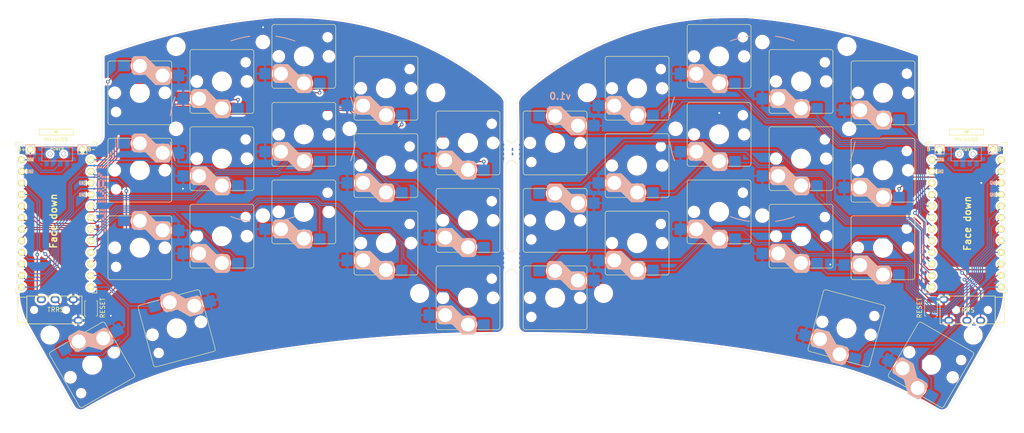
<source format=kicad_pcb>
(kicad_pcb (version 20211014) (generator pcbnew)
  (layers (0 "F.Cu" signal) (31 "B.Cu" signal) (34 "B.Paste" user) (35 "F.Paste" user) (36 "B.SilkS" user "B.Silkscreen") (37 "F.SilkS" user "F.Silkscreen") (38 "B.Mask" user) (39 "F.Mask" user) (44 "Edge.Cuts" user))
  (net 0 "")
  (net 1 "gnd")
  (net 2 "vcc")
  (net 3 "Switch18")
  (net 4 "reset")
  (net 5 "Switch1")
  (net 6 "Switch2")
  (net 7 "Switch3")
  (net 8 "Switch4")
  (net 9 "Switch5")
  (net 10 "Switch6")
  (net 11 "Switch7")
  (net 12 "Switch8")
  (net 13 "Switch9")
  (net 14 "Switch10")
  (net 15 "Switch11")
  (net 16 "Switch12")
  (net 17 "Switch13")
  (net 18 "Switch14")
  (net 19 "Switch15")
  (net 20 "Switch16")
  (net 21 "Switch17")
  (net 22 "raw")
  (net 23 "BT+_r")
  (net 24 "Switch18_r")
  (net 25 "reset_r")
  (net 26 "Switch9_r")
  (net 27 "Switch10_r")
  (net 28 "Switch11_r")
  (net 29 "Switch12_r")
  (net 30 "Switch13_r")
  (net 31 "Switch14_r")
  (net 32 "Switch15_r")
  (net 33 "Switch16_r")
  (net 34 "Switch17_r")
  (net 35 "Switch1_r")
  (net 36 "Switch2_r")
  (net 37 "Switch3_r")
  (net 38 "Switch4_r")
  (net 39 "Switch5_r")
  (net 40 "Switch6_r")
  (net 41 "Switch7_r")
  (net 42 "Switch8_r")
  (net 43 "gnd_r")
  (net 44 "raw_r")
  (net 45 "vcc_r")
  (net 48 "BT+")
  (footprint "kbd:ProMicro_v3_min" (layer "F.Cu") (at 230.178 67.564)
    (fp_text reference "U1" hide)
    (fp_text value "ProMicro-kbd" hide)
  )
  (footprint "* duckyb-collection:TRRS-PJ-320A" (layer "F.Cu") (at 236.474 86.052 -90)
    (fp_text reference "TRRS1")
    (fp_text value "AudioJack4" hide)
  )
  (footprint "* duckyb-collection:SW_Hotswap_Kailh_Choc_V1_tweaked" (layer "F.Cu") (at 175.856 64.516 180)
    (fp_text reference "SW13")
    (fp_text value "SW_Push")
  )
  (footprint "* duckyb-collection:SW_Hotswap_Kailh_Choc_V1_tweaked" (layer "F.Cu") (at 222.386 98.082 150)
    (fp_text reference "SW17")
    (fp_text value "SW_Push")
  )
  (footprint "* duckyb-collection:SW_Hotswap_Kailh_Choc_V1_tweaked" (layer "F.Cu") (at 157.856 71.374 180)
    (fp_text reference "SW12")
    (fp_text value "SW_Push")
  )
  (footprint "* duckyb-collection:SW_Hotswap_Kailh_Choc_V1_tweaked" (layer "F.Cu") (at 203.826 90.082 165)
    (fp_text reference "SW16")
    (fp_text value "SW_Push")
  )
  (footprint "* duckyb-collection:SW_Hotswap_Kailh_Choc_V1_tweaked" (layer "F.Cu") (at 193.856 69.85 180)
    (fp_text reference "SW14")
    (fp_text value "SW_Push")
  )
  (footprint "* duckyb-collection:SW_Hotswap_Kailh_Choc_V1_tweaked" (layer "F.Cu") (at 211.836 72.39 180)
    (fp_text reference "SW15")
    (fp_text value "SW_Push")
  )
  (footprint "* duckyb-collection:SW_Hotswap_Kailh_Choc_V1_tweaked" (layer "F.Cu") (at 175.856 30.382 180)
    (fp_text reference "SW3")
    (fp_text value "SW_Push")
  )
  (footprint "* duckyb-collection:SW_Hotswap_Kailh_Choc_V1_tweaked" (layer "F.Cu") (at 157.856 37.382 180)
    (fp_text reference "SW2")
    (fp_text value "SW_Push")
  )
  (footprint "* duckyb-collection:SW_Hotswap_Kailh_Choc_V1_tweaked" (layer "F.Cu") (at 157.856 54.356 180)
    (fp_text reference "SW7")
    (fp_text value "SW_Push")
  )
  (footprint "* duckyb-collection:SW_Hotswap_Kailh_Choc_V1_tweaked" (layer "F.Cu") (at 139.856 83.382)
    (fp_text reference "SW11")
    (fp_text value "SW_Push")
  )
  (footprint "* duckyb-collection:SW_Hotswap_Kailh_Choc_V1_tweaked" (layer "F.Cu") (at 211.836 55.372 180)
    (fp_text reference "SW10")
    (fp_text value "SW_Push")
  )
  (footprint "* duckyb-collection:SW_Hotswap_Kailh_Choc_V1_tweaked" (layer "F.Cu") (at 193.856 52.832 180)
    (fp_text reference "SW9")
    (fp_text value "SW_Push")
  )
  (footprint "* duckyb-collection:SW_Hotswap_Kailh_Choc_V1_tweaked" (layer "F.Cu") (at 139.856 66.382)
    (fp_text reference "SW6")
    (fp_text value "SW_Push")
  )
  (footprint "* duckyb-collection:SW_Hotswap_Kailh_Choc_V1_tweaked" (layer "F.Cu") (at 211.856 38.382 180)
    (fp_text reference "SW5")
    (fp_text value "SW_Push")
  )
  (footprint "* duckyb-collection:SW_Hotswap_Kailh_Choc_V1_tweaked" (layer "F.Cu") (at 193.856 35.882 180)
    (fp_text reference "SW4")
    (fp_text value "SW_Push")
  )
  (footprint "* duckyb-collection:SW_Hotswap_Kailh_Choc_V1_tweaked" (layer "F.Cu") (at 139.856 49.382)
    (fp_text reference "SW1")
    (fp_text value "SW_Push")
  )
  (footprint "Duckyb-Parts:mouse-bite-5mm-slot-with-space-for-track" (layer "F.Cu") (at 130.302 51.308)
    (fp_text reference "mouse-bite-2mm-slot2" hide)
    (fp_text value "VAL**" hide)
  )
  (footprint "Duckyb-Parts:mouse-bite-5mm-slot-with-space-for-track" (layer "F.Cu") (at 130.302 75.184)
    (fp_text reference "mouse-bite-2mm-slot1" hide)
    (fp_text value "VAL**" hide)
  )
  (footprint "kbd:SW_SPST_B3U-1000P" (layer "F.Cu") (at 222.377 85.725 90)
    (fp_text reference "RSW1" hide)
    (fp_text value "SW_Push")
  )
  (footprint "* duckyb-collection:SW_Hotswap_Kailh_Choc_V1_tweaked" (layer "F.Cu") (at 175.856 47.498 180)
    (fp_text reference "SW8")
    (fp_text value "SW_Push")
  )
  (footprint "scda:Tenting_Puck2_no_pads_no_text" (layer "F.Cu") (at 185.356 46.282)
    (fp_text reference "e")
    (fp_text value "Tenting Puck")
  )
  (footprint "kbd:1pin_conn" (layer "F.Cu") (at 235.966 50.8)
    (fp_text reference "Bat+1" hide)
    (fp_text value "MountingHole_Pad" hide)
  )
  (footprint "kbd:1pin_conn" (layer "F.Cu") (at 224.282 50.8)
    (fp_text reference "BatGND1" hide)
    (fp_text value "MountingHole_Pad" hide)
  )
  (footprint "kbd:ProMicro_v3_min" (layer "F.Cu") (at 30.326 67.564)
    (fp_text reference "U2" hide)
    (fp_text value "ProMicro-kbd" hide)
  )
  (footprint "* duckyb-collection:TRRS-PJ-320A" (layer "F.Cu") (at 23.876 86.052 90)
    (fp_text reference "TRRS2")
    (fp_text value "AudioJack4" hide)
  )
  (footprint "* duckyb-collection:SW_Hotswap_Kailh_Choc_V1_tweaked" (layer "F.Cu") (at 48.686 72.39)
    (fp_text reference "SW15_r1")
    (fp_text value "SW_Push")
  )
  (footprint "* duckyb-collection:SW_Hotswap_Kailh_Choc_V1_tweaked" (layer "F.Cu") (at 66.7 52.832 180)
    (fp_text reference "SW9_r1")
    (fp_text value "SW_Push")
  )
  (footprint "* duckyb-collection:SW_Hotswap_Kailh_Choc_V1_tweaked" (layer "F.Cu") (at 84.688 64.516 180)
    (fp_text reference "SW13_r1")
    (fp_text value "SW_Push")
  )
  (footprint "* duckyb-collection:SW_Hotswap_Kailh_Choc_V1_tweaked" (layer "F.Cu") (at 102.714 71.374 180)
    (fp_text reference "SW12_r1")
    (fp_text value "SW_Push")
  )
  (footprint "* duckyb-collection:SW_Hotswap_Kailh_Choc_V1_tweaked" (layer "F.Cu") (at 48.686 38.382)
    (fp_text reference "SW5_r1")
    (fp_text value "SW_Push")
  )
  (footprint "* duckyb-collection:SW_Hotswap_Kailh_Choc_V1_tweaked" (layer "F.Cu") (at 66.7 35.882 180)
    (fp_text reference "SW4_r1")
    (fp_text value "SW_Push")
  )
  (footprint "* duckyb-collection:SW_Hotswap_Kailh_Choc_V1_tweaked" (layer "F.Cu") (at 120.732 49.382 180)
    (fp_text reference "SW1_r1")
    (fp_text value "SW_Push")
  )
  (footprint "* duckyb-collection:SW_Hotswap_Kailh_Choc_V1_tweaked" (layer "F.Cu") (at 66.7 69.85 180)
    (fp_text reference "SW14_r1")
    (fp_text value "SW_Push")
  )
  (footprint "* duckyb-collection:SW_Hotswap_Kailh_Choc_V1_tweaked" (layer "F.Cu") (at 84.688 30.382 180)
    (fp_text reference "SW3_r1")
    (fp_text value "SW_Push")
  )
  (footprint "* duckyb-collection:SW_Hotswap_Kailh_Choc_V1_tweaked" (layer "F.Cu") (at 120.732 83.382 180)
    (fp_text reference "SW11_r1")
    (fp_text value "SW_Push")
  )
  (footprint "* duckyb-collection:SW_Hotswap_Kailh_Choc_V1_tweaked" (layer "F.Cu") (at 48.686 55.372)
    (fp_text reference "SW10_r1")
    (fp_text value "SW_Push")
  )
  (footprint "* duckyb-collection:SW_Hotswap_Kailh_Choc_V1_tweaked" (layer "F.Cu") (at 102.714 37.382 180)
    (fp_text reference "SW2_r1")
    (fp_text value "SW_Push")
  )
  (footprint "* duckyb-collection:SW_Hotswap_Kailh_Choc_V1_tweaked" (layer "F.Cu") (at 102.714 54.356 180)
    (fp_text reference "SW7_r1")
    (fp_text value "SW_Push")
  )
  (footprint "* duckyb-collection:SW_Hotswap_Kailh_Choc_V1_tweaked" (layer "F.Cu") (at 56.778 90.082 15)
    (fp_text reference "SW16_r1")
    (fp_text value "SW_Push")
  )
  (footprint "* duckyb-collection:SW_Hotswap_Kailh_Choc_V1_tweaked" (layer "F.Cu") (at 84.688 47.498 180)
    (fp_text reference "SW8_r1")
    (fp_text value "SW_Push")
  )
  (footprint "* duckyb-collection:SW_Hotswap_Kailh_Choc_V1_tweaked" (layer "F.Cu") (at 38.218 98.082 30)
    (fp_text reference "SW17_r1")
    (fp_text value "SW_Push")
  )
  (footprint "* duckyb-collection:SW_Hotswap_Kailh_Choc_V1_tweaked" (layer "F.Cu") (at 120.732 66.382 180)
    (fp_text reference "SW6_r1")
    (fp_text value "SW_Push")
  )
  (footprint "scda:Tenting_Puck2_no_pads_no_text" (layer "F.Cu") (at 75.692 46.282)
    (fp_text reference "REF_PUCK_R")
    (fp_text value "Tenting Puck")
  )
  (footprint "kbd:1pin_conn" (layer "F.Cu") (at 36.068 50.8)
    (fp_text reference "BatGNDr1")
    (fp_text value "MountingHole_Pad" hide)
  )
  (footprint "kbd:1pin_conn" (layer "F.Cu") (at 24.638 50.8)
    (fp_text reference "Bat+r1")
    (fp_text value "MountingHole_Pad" hide)
  )
  (footprint "kbd:SW_SPST_B3U-1000P" (layer "F.Cu") (at 37.973 85.725 90)
    (fp_text reference "RSW2" hide)
    (fp_text value "SW_Push")
  )
  (footprint "MountingHole:MountingHole_3.2mm_M3" (layer "F.Cu") (at 203.918 28.194)
    (fp_text reference "REF**" hide)
    (fp_text value "MountingHole_3.2mm_M3")
  )
  (footprint "MountingHole:MountingHole_3.2mm_M3" (layer "F.Cu") (at 56.642 28.194)
    (fp_text reference "REF**" hide)
    (fp_text value "MountingHole_3.2mm_M3")
  )
  (footprint "MountingHole:MountingHole_3.2mm_M3" (layer "F.Cu") (at 110.109 82.41961)
    (fp_text reference "REF**" hide)
    (fp_text value "MountingHole_3.2mm_M3")
  )
  (footprint "MountingHole:MountingHole_3.2mm_M3" (layer "F.Cu") (at 28.956 91.567)
    (fp_text reference "REF**" hide)
    (fp_text value "MountingHole_3.2mm_M3")
  )
  (footprint "MountingHole:MountingHole_3.2mm_M3" (layer "F.Cu") (at 231.648 91.567)
    (fp_text reference "REF**" hide)
    (fp_text value "MountingHole_3.2mm_M3")
  )
  (footprint "MountingHole:MountingHole_3.2mm_M3" (layer "F.Cu") (at 150.479 82.41961)
    (fp_text reference "REF**" hide)
    (fp_text value "MountingHole_3.2mm_M3")
  )
  (footprint "MountingHole:MountingHole_3.2mm_M3" (layer "F.Cu") (at 113.665 38.354)
    (fp_text reference "REF**" hide)
    (fp_text value "MountingHole_3.2mm_M3")
  )
  (footprint "MountingHole:MountingHole_3.2mm_M3" (layer "F.Cu") (at 146.905 38.354)
    (fp_text reference "REF**" hide)
    (fp_text value "MountingHole_3.2mm_M3")
  )
  (footprint "Kailh:SPDT_C128955" (layer "B.Cu") (at 230.124 51.816 180)
    (fp_text reference "SW_POWER1")
    (fp_text value "SW_SPDT")
  )
  (footprint "Kailh:SPDT_C128955" (layer "B.Cu") (at 30.48 51.816 180)
    (fp_text reference "SW_POWERR1")
    (fp_text value "SW_SPDT")
  )
  (gr_rect (start 27.178 50.419) (end 33.909 53.34) (layer "B.SilkS") (width 0.12) (fill none))
  (gr_rect (start 226.822 50.419) (end 233.426 53.34) (layer "B.SilkS") (width 0.12) (fill none))
  (gr_line (start 131.5085 77.724) (end 131.506254 89.547024) (layer "Edge.Cuts") (width 0.05))
  (gr_line (start 219.998001 47.763999) (end 219.998045 30.439419) (layer "Edge.Cuts") (width 0.05))
  (gr_arc (start 226.446 107.451265) (mid 225.204995 108.32098) (end 223.714 108.05) (layer "Edge.Cuts") (width 0.05))
  (gr_arc (start 222.033002 49.694917) (mid 220.620534 49.145716) (end 219.998001 47.763999) (layer "Edge.Cuts") (width 0.05))
  (gr_arc (start 182.067777 21.502679) (mid 201.091879 24.375764) (end 219.56329 29.758889) (layer "Edge.Cuts") (width 0.05))
  (gr_arc (start 132.893 38.265) (mid 153.988491 25.788882) (end 178.120389 21.508139) (layer "Edge.Cuts") (width 0.05))
  (gr_arc (start 237.938 49.692) (mid 238.46833 49.91167) (end 238.688 50.442) (layer "Edge.Cuts") (width 0.05))
  (gr_arc (start 131.466055 40.278702) (mid 132.022929 39.160882) (end 132.893 38.265) (layer "Edge.Cuts") (width 0.05))
  (gr_arc (start 133.544 91.383119) (mid 132.156573 90.874102) (end 131.506254 89.547024) (layer "Edge.Cuts") (width 0.05))
  (gr_arc (start 219.56329 29.758889) (mid 219.880079 30.035645) (end 219.998045 30.439419) (layer "Edge.Cuts") (width 0.05))
  (gr_arc (start 202.185134 98.863946) (mid 213.262488 102.723597) (end 223.714 108.05) (layer "Edge.Cuts") (width 0.05))
  (gr_line (start 222.033002 49.694917) (end 237.938 49.692) (layer "Edge.Cuts") (width 0.05))
  (gr_arc (start 133.544 91.383119) (mid 168.064442 93.289554) (end 202.185134 98.863946) (layer "Edge.Cuts") (width 0.05))
  (gr_line (start 238.688 58.42) (end 238.688 66.548) (layer "Edge.Cuts") (width 0.05))
  (gr_line (start 236.953304 88.85815) (end 226.446 107.451265) (layer "Edge.Cuts") (width 0.05))
  (gr_arc (start 238.7 81.534) (mid 238.242913 85.295347) (end 236.953304 88.85815) (layer "Edge.Cuts") (width 0.05))
  (gr_line (start 182.067777 21.502679) (end 178.120389 21.508139) (layer "Edge.Cuts") (width 0.05))
  (gr_line (start 238.688 50.442) (end 238.688 58.42) (layer "Edge.Cuts") (width 0.05))
  (gr_line (start 131.466055 40.278702) (end 131.572 48.768) (layer "Edge.Cuts") (width 0.05))
  (gr_line (start 129.3495 48.768) (end 128.96 48.768) (layer "Edge.Cuts") (width 0.05))
  (gr_line (start 238.688 66.548) (end 238.688 75.438) (layer "Edge.Cuts") (width 0.05))
  (gr_line (start 238.688 75.438) (end 238.7 81.534) (layer "Edge.Cuts") (width 0.05))
  (gr_line (start 129.3495 72.644) (end 128.96 72.644) (layer "Edge.Cuts") (width 0.05))
  (gr_line (start 129.3495 53.848) (end 128.96 53.848) (layer "Edge.Cuts") (width 0.05))
  (gr_line (start 129.3495 77.724) (end 128.96 77.724) (layer "Edge.Cuts") (width 0.05))
  (gr_line (start 131.572 53.848) (end 131.572 72.644) (layer "Edge.Cuts") (width 0.05))
  (gr_line (start 78.412223 21.502679) (end 82.613611 21.508139) (layer "Edge.Cuts") (width 0.05))
  (gr_line (start 21.792 50.442) (end 21.792 58.42) (layer "Edge.Cuts") (width 0.05))
  (gr_line (start 128.96 77.724) (end 128.975507 89.545022) (layer "Edge.Cuts") (width 0.05))
  (gr_arc (start 127.587 38.265) (mid 128.457071 39.160882) (end 129.013945 40.278702) (layer "Edge.Cuts") (width 0.05))
  (gr_arc (start 128.975507 89.545022) (mid 128.324689 90.873432) (end 126.936 91.383119) (layer "Edge.Cuts") (width 0.05))
  (gr_line (start 40.481999 47.763999) (end 40.481955 30.439419) (layer "Edge.Cuts") (width 0.05))
  (gr_line (start 21.792 66.548) (end 21.792 73.914) (layer "Edge.Cuts") (width 0.05))
  (gr_line (start 23.526696 88.85815) (end 34.034 107.451265) (layer "Edge.Cuts") (width 0.05))
  (gr_arc (start 40.481999 47.763999) (mid 39.859467 49.145717) (end 38.446998 49.694917) (layer "Edge.Cuts") (width 0.05))
  (gr_arc (start 40.91671 29.758889) (mid 59.388121 24.375764) (end 78.412223 21.502679) (layer "Edge.Cuts") (width 0.05))
  (gr_arc (start 58.294866 98.863946) (mid 92.415558 93.289555) (end 126.936 91.383119) (layer "Edge.Cuts") (width 0.05))
  (gr_arc (start 23.526696 88.85815) (mid 22.237087 85.295347) (end 21.78 81.534) (layer "Edge.Cuts") (width 0.05))
  (gr_arc (start 21.792 50.442) (mid 22.01167 49.91167) (end 22.542 49.692) (layer "Edge.Cuts") (width 0.05))
  (gr_line (start 38.446998 49.694917) (end 22.542 49.692) (layer "Edge.Cuts") (width 0.05))
  (gr_line (start 21.792 58.42) (end 21.792 66.548) (layer "Edge.Cuts") (width 0.05))
  (gr_arc (start 40.481955 30.439419) (mid 40.599921 30.035645) (end 40.91671 29.758889) (layer "Edge.Cuts") (width 0.05))
  (gr_arc (start 36.766 108.05) (mid 35.275005 108.32098) (end 34.034 107.451265) (layer "Edge.Cuts") (width 0.05))
  (gr_arc (start 82.613611 21.508139) (mid 106.610476 25.833455) (end 127.587 38.265) (layer "Edge.Cuts") (width 0.05))
  (gr_arc (start 36.766 108.05) (mid 47.217512 102.723597) (end 58.294866 98.863946) (layer "Edge.Cuts") (width 0.05))
  (gr_line (start 21.792 73.914) (end 21.78 81.534) (layer "Edge.Cuts") (width 0.05))
  (gr_line (start 128.96 53.848) (end 128.96 72.644) (layer "Edge.Cuts") (width 0.05))
  (gr_line (start 129.013945 40.278702) (end 128.96 48.768) (layer "Edge.Cuts") (width 0.05))
  (gr_line (start 131.572 48.768) (end 131.2545 48.768) (layer "Edge.Cuts") (width 0.05))
  (gr_arc (start 131.254499 72.644) (mid 130.302 73.288873) (end 129.349501 72.643999) (layer "Edge.Cuts") (width 0.05))
  (gr_line (start 131.572 53.848) (end 131.2545 53.848) (layer "Edge.Cuts") (width 0.05))
  (gr_arc (start 129.349501 77.724) (mid 130.302 77.079127) (end 131.254499 77.724001) (layer "Edge.Cuts") (width 0.05))
  (gr_line (start 131.572 72.644) (end 131.2545 72.644) (layer "Edge.Cuts") (width 0.05))
  (gr_arc (start 131.254499 48.768) (mid 130.302 49.412873) (end 129.349501 48.767999) (layer "Edge.Cuts") (width 0.05))
  (gr_line (start 131.5085 77.724) (end 131.2545 77.724) (layer "Edge.Cuts") (width 0.05))
  (gr_arc (start 129.349501 53.848) (mid 130.302 53.203127) (end 131.254499 53.848001) (layer "Edge.Cuts") (width 0.05))
  (gr_text "v1.0" (at 140.97 39.116) (layer "B.SilkS") (effects (font (size 1.5 1.5) (thickness 0.3)) (justify mirror)))
  (gr_text "Face down" (at 230.378 67.056 90) (layer "F.SilkS") (effects (font (size 1.5 1.5) (thickness 0.3))))
  (gr_text "Face down" (at 29.718 66.548 90) (layer "F.SilkS") (effects (font (size 1.5 1.5) (thickness 0.3))))
  (gr_text "B+" (at 22.7076 50.8) (layer "F.SilkS") (effects (font (size 0.8 0.8))))
  (gr_text "B-" (at 38.1 50.8) (layer "F.SilkS") (effects (font (size 0.8 0.8))))
  (gr_text "B-" (at 222.3516 50.7492) (layer "F.SilkS") (effects (font (size 0.8 0.8))))
  (gr_text "B+" (at 237.8964 50.8) (layer "F.SilkS") (effects (font (size 0.8 0.8))))
  (gr_text "POWER" (at 30.48 50.6984) (layer "F.SilkS") (effects (font (size 0.6 0.6) (thickness 0.12))))
  (gr_text "POWER" (at 230.0224 50.8508) (layer "F.SilkS") (effects (font (size 0.6 0.6) (thickness 0.12))))
  (via (at 200.279 76.073) (size 0.8) (drill 0.4) (layers "F.Cu" "B.Cu") (net 1))
  (via (at 175.895 42.799) (size 0.8) (drill 0.4) (layers "F.Cu" "B.Cu") (net 1))
  (via (at 233.426 58.166) (size 0.8) (drill 0.4) (layers "F.Cu" "B.Cu") (net 1))
  (segment (start 229.235 77.9405) (end 229.3245 77.9405) (width 0.25) (layer "F.Cu") (net 2))
  (segment (start 233.274 81.89) (end 233.274 88.352) (width 0.25) (layer "F.Cu") (net 2))
  (segment (start 229.3245 77.9405) (end 233.274 81.89) (width 0.25) (layer "F.Cu") (net 2))
  (via (at 229.235 77.9405) (size 0.8) (drill 0.4) (layers "F.Cu" "B.Cu") (net 2))
  (segment (start 224.028 62.1646) (end 222.5694 60.706) (width 0.25) (layer "B.Cu") (net 2))
  (segment (start 229.235 77.851) (end 224.028 72.644) (width 0.25) (layer "B.Cu") (net 2))
  (segment (start 224.028 72.644) (end 224.028 62.1646) (width 0.25) (layer "B.Cu") (net 2))
  (segment (start 229.235 77.9405) (end 229.235 77.851) (width 0.25) (layer "B.Cu") (net 2))
  (segment (start 229.738701 79.379299) (end 230.274 79.914598) (width 0.25) (layer "F.Cu") (net 3))
  (segment (start 230.274 79.914598) (end 230.274 88.352) (width 0.25) (layer "F.Cu") (net 3))
  (via (at 229.738701 79.379299) (size 0.8) (drill 0.4) (layers "F.Cu" "B.Cu") (net 3))
  (segment (start 231.4324 78.192164) (end 231.4324 75.396011) (width 0.25) (layer "B.Cu") (net 3))
  (segment (start 229.738701 79.379299) (end 230.245265 79.379299) (width 0.25) (layer "B.Cu") (net 3))
  (segment (start 231.4324 75.396011) (end 234.74444 72.083971) (width 0.25) (layer "B.Cu") (net 3))
  (segment (start 234.74444 72.083971) (end 234.74444 58.67096) (width 0.25) (layer "B.Cu") (net 3))
  (segment (start 234.74444 58.67096) (end 237.7894 55.626) (width 0.25) (layer "B.Cu") (net 3))
  (segment (start 230.245265 79.379299) (end 231.4324 78.192164) (width 0.25) (layer "B.Cu") (net 3))
  (segment (start 217.551 65.786) (end 220.345 68.58) (width 0.25) (layer "F.Cu") (net 4))
  (segment (start 217.551 63.1844) (end 217.551 65.786) (width 0.25) (layer "F.Cu") (net 4))
  (segment (start 222.5694 58.166) (end 217.551 63.1844) (width 0.25) (layer "F.Cu") (net 4))
  (segment (start 220.345 68.58) (end 220.345 81.993) (width 0.25) (layer "F.Cu") (net 4))
  (segment (start 220.345 81.993) (end 222.377 84.025) (width 0.25) (layer "F.Cu") (net 4))
  (segment (start 221.869 77.216) (end 236.5194 77.216) (width 0.25) (layer "F.Cu") (net 5))
  (segment (start 220.79452 66.74352) (end 220.79452 76.14152) (width 0.25) (layer "F.Cu") (net 5))
  (segment (start 236.5194 77.216) (end 237.7894 75.946) (width 0.25) (layer "F.Cu") (net 5))
  (segment (start 220.79452 76.14152) (end 221.869 77.216) (width 0.25) (layer "F.Cu") (net 5))
  (segment (start 218.821 64.77) (end 220.79452 66.74352) (width 0.25) (layer "F.Cu") (net 5))
  (via (at 218.821 64.77) (size 0.8) (drill 0.4) (layers "F.Cu" "B.Cu") (net 5))
  (segment (start 212.394594 49.60856) (end 217.753688 49.60856) (width 0.25) (layer "B.Cu") (net 5))
  (segment (start 139.71 46.736) (end 142.748 46.736) (width 0.25) (layer "B.Cu") (net 5))
  (segment (start 219.18192 51.036792) (end 219.18192 58.166) (width 0.25) (layer "B.Cu") (net 5))
  (segment (start 219.18192 64.40908) (end 218.821 64.77) (width 0.25) (layer "B.Cu") (net 5))
  (segment (start 200.100521 48.208521) (end 202.047071 50.155071) (width 0.25) (layer "B.Cu") (net 5))
  (segment (start 142.748 46.736) (end 143.51 47.498) (width 0.25) (layer "B.Cu") (net 5))
  (segment (start 143.51 47.498) (end 160.655 47.498) (width 0.25) (layer "B.Cu") (net 5))
  (segment (start 219.18192 58.166) (end 219.18192 64.40908) (width 0.25) (layer "B.Cu") (net 5))
  (segment (start 211.848083 50.155071) (end 212.394594 49.60856) (width 0.25) (layer "B.Cu") (net 5))
  (segment (start 167.82548 40.32752) (end 181.423085 40.32752) (width 0.25) (layer "B.Cu") (net 5))
  (segment (start 200.100521 48.207628) (end 200.100521 48.208521) (width 0.25) (layer "B.Cu") (net 5))
  (segment (start 199.499479 47.607479) (end 199.500372 47.607479) (width 0.25) (layer "B.Cu") (net 5))
  (segment (start 217.753688 49.60856) (end 219.18192 51.036792) (width 0.25) (layer "B.Cu") (net 5))
  (segment (start 186.063606 44.96804) (end 196.86004 44.96804) (width 0.25) (layer "B.Cu") (net 5))
  (segment (start 196.86004 44.96804) (end 199.499479 47.607479) (width 0.25) (layer "B.Cu") (net 5))
  (segment (start 199.500372 47.607479) (end 200.100521 48.207628) (width 0.25) (layer "B.Cu") (net 5))
  (segment (start 181.423085 40.32752) (end 186.063606 44.96804) (width 0.25) (layer "B.Cu") (net 5))
  (segment (start 136.356 43.382) (end 139.71 46.736) (width 0.25) (layer "B.Cu") (net 5))
  (segment (start 202.047071 50.155071) (end 211.848083 50.155071) (width 0.25) (layer "B.Cu") (net 5))
  (segment (start 160.655 47.498) (end 167.82548 40.32752) (width 0.25) (layer "B.Cu") (net 5))
  (segment (start 199.685677 47.157959) (end 199.68657 47.157959) (width 0.25) (layer "B.Cu") (net 6))
  (segment (start 219.63144 65.327157) (end 221.12708 66.822798) (width 0.25) (layer "B.Cu") (net 6))
  (segment (start 202.234164 49.705551) (end 211.661885 49.705551) (width 0.25) (layer "B.Cu") (net 6))
  (segment (start 186.249803 44.51852) (end 197.046238 44.51852) (width 0.25) (layer "B.Cu") (net 6))
  (segment (start 221.12708 66.822798) (end 221.12708 69.42368) (width 0.25) (layer "B.Cu") (net 6))
  (segment (start 211.661885 49.705551) (end 212.208396 49.15904) (width 0.25) (layer "B.Cu") (net 6))
  (segment (start 197.046238 44.51852) (end 199.685677 47.157959) (width 0.25) (layer "B.Cu") (net 6))
  (segment (start 217.939886 49.15904) (end 219.63144 50.850594) (width 0.25) (layer "B.Cu") (net 6))
  (segment (start 164.86 39.878) (end 181.609283 39.878) (width 0.25) (layer "B.Cu") (net 6))
  (segment (start 212.208396 49.15904) (end 217.939886 49.15904) (width 0.25) (layer "B.Cu") (net 6))
  (segment (start 221.12708 69.42368) (end 222.5694 70.866) (width 0.25) (layer "B.Cu") (net 6))
  (segment (start 219.63144 50.850594) (end 219.63144 65.327157) (width 0.25) (layer "B.Cu") (net 6))
  (segment (start 199.68657 47.157959) (end 202.234164 49.705551) (width 0.25) (layer "B.Cu") (net 6))
  (segment (start 181.609283 39.878) (end 186.249803 44.51852) (width 0.25) (layer "B.Cu") (net 6))
  (segment (start 161.356 43.382) (end 164.86 39.878) (width 0.25) (layer "B.Cu") (net 6))
  (segment (start 179.356 36.989) (end 186.436 44.069) (width 0.25) (layer "B.Cu") (net 7))
  (segment (start 220.08096 65.14096) (end 222.5694 67.6294) (width 0.25) (layer "B.Cu") (net 7))
  (segment (start 211.475687 49.256031) (end 212.022198 48.70952) (width 0.25) (layer "B.Cu") (net 7))
  (segment (start 179.356 36.382) (end 179.356 36.989) (width 0.25) (layer "B.Cu") (net 7))
  (segment (start 220.08096 50.664396) (end 220.08096 65.14096) (width 0.25) (layer "B.Cu") (net 7))
  (segment (start 222.5694 67.6294) (end 222.5694 68.326) (width 0.25) (layer "B.Cu") (net 7))
  (segment (start 218.126084 48.70952) (end 220.08096 50.664396) (width 0.25) (layer "B.Cu") (net 7))
  (segment (start 186.436 44.069) (end 197.233329 44.069) (width 0.25) (layer "B.Cu") (net 7))
  (segment (start 197.233329 44.069) (end 202.420361 49.256031) (width 0.25) (layer "B.Cu") (net 7))
  (segment (start 202.420361 49.256031) (end 211.475687 49.256031) (width 0.25) (layer "B.Cu") (net 7))
  (segment (start 212.022198 48.70952) (end 218.126084 48.70952) (width 0.25) (layer "B.Cu") (net 7))
  (segment (start 220.53048 50.478199) (end 220.53048 63.74708) (width 0.25) (layer "B.Cu") (net 8))
  (segment (start 197.356 41.882) (end 197.356 43.555953) (width 0.25) (layer "B.Cu") (net 8))
  (segment (start 202.606558 48.806511) (end 211.289489 48.806511) (width 0.25) (layer "B.Cu") (net 8))
  (segment (start 211.836 48.26) (end 218.312281 48.26) (width 0.25) (layer "B.Cu") (net 8))
  (segment (start 218.312281 48.26) (end 220.53048 50.478199) (width 0.25) (layer "B.Cu") (net 8))
  (segment (start 211.289489 48.806511) (end 211.836 48.26) (width 0.25) (layer "B.Cu") (net 8))
  (segment (start 220.53048 63.74708) (end 222.5694 65.786) (width 0.25) (layer "B.Cu") (net 8))
  (segment (start 197.356 43.555953) (end 202.606558 48.806511) (width 0.25) (layer "B.Cu") (net 8))
  (segment (start 220.98 62.738) (end 221.488 63.246) (width 0.25) (layer "B.Cu") (net 9))
  (segment (start 215.356 44.382) (end 215.356 44.668) (width 0.25) (layer "B.Cu") (net 9))
  (segment (start 220.98 50.292) (end 220.98 62.738) (width 0.25) (layer "B.Cu") (net 9))
  (segment (start 221.488 63.246) (end 222.5694 63.246) (width 0.25) (layer "B.Cu") (net 9))
  (segment (start 215.356 44.668) (end 220.98 50.292) (width 0.25) (layer "B.Cu") (net 9))
  (segment (start 204.139594 65.83444) (end 215.977842 65.83444) (width 0.25) (layer "B.Cu") (net 10))
  (segment (start 137.269671 60.382) (end 139.069192 58.582479) (width 0.25) (layer "B.Cu") (net 10))
  (segment (start 200.41604 57.539605) (end 200.41604 62.110886) (width 0.25) (layer "B.Cu") (net 10))
  (segment (start 215.977842 65.83444) (end 215.995364 65.816919) (width 0.25) (layer "B.Cu") (net 10))
  (segment (start 145.633521 58.582479) (end 155.084521 49.131479) (width 0.25) (layer "B.Cu") (net 10))
  (segment (start 139.069192 58.582479) (end 145.633521 58.582479) (width 0.25) (layer "B.Cu") (net 10))
  (segment (start 188.468 50.927) (end 193.28396 55.74296) (width 0.25) (layer "B.Cu") (net 10))
  (segment (start 220.67756 68.455513) (end 220.67756 71.51416) (width 0.25) (layer "B.Cu") (net 10))
  (segment (start 174.879 50.927) (end 188.468 50.927) (width 0.25) (layer "B.Cu") (net 10))
  (segment (start 200.41604 62.110886) (end 204.139594 65.83444) (width 0.25) (layer "B.Cu") (net 10))
  (segment (start 220.67756 71.51416) (end 222.5694 73.406) (width 0.25) (layer "B.Cu") (net 10))
  (segment (start 136.356 60.382) (end 137.269671 60.382) (width 0.25) (layer "B.Cu") (net 10))
  (segment (start 218.038966 65.816919) (end 220.67756 68.455513) (width 0.25) (layer "B.Cu") (net 10))
  (segment (start 198.619395 55.74296) (end 200.41604 57.539605) (width 0.25) (layer "B.Cu") (net 10))
  (segment (start 193.28396 55.74296) (end 198.619395 55.74296) (width 0.25) (layer "B.Cu") (net 10))
  (segment (start 173.083479 49.131479) (end 174.879 50.927) (width 0.25) (layer "B.Cu") (net 10))
  (segment (start 155.084521 49.131479) (end 173.083479 49.131479) (width 0.25) (layer "B.Cu") (net 10))
  (segment (start 215.995364 65.816919) (end 218.038966 65.816919) (width 0.25) (layer "B.Cu") (net 10))
  (segment (start 199.96652 57.725802) (end 198.433198 56.19248) (width 0.25) (layer "B.Cu") (net 11))
  (segment (start 217.852768 66.266439) (end 216.181561 66.266439) (width 0.25) (layer "B.Cu") (net 11))
  (segment (start 189.919677 54.282959) (end 184.584959 54.282959) (width 0.25) (layer "B.Cu") (net 11))
  (segment (start 216.181561 66.266439) (end 216.16404 66.28396) (width 0.25) (layer "B.Cu") (net 11))
  (segment (start 191.829198 56.19248) (end 189.919677 54.282959) (width 0.25) (layer "B.Cu") (net 11))
  (segment (start 220.22804 68.641711) (end 217.852768 66.266439) (width 0.25) (layer "B.Cu") (net 11))
  (segment (start 203.953396 66.28396) (end 199.96652 62.297084) (width 0.25) (layer "B.Cu") (net 11))
  (segment (start 198.433198 56.19248) (end 191.829198 56.19248) (width 0.25) (layer "B.Cu") (net 11))
  (segment (start 184.584959 54.282959) (end 181.737 51.435) (width 0.25) (layer "B.Cu") (net 11))
  (segment (start 175.006 51.435) (end 166.085 60.356) (width 0.25) (layer "B.Cu") (net 11))
  (segment (start 166.085 60.356) (end 161.356 60.356) (width 0.25) (layer "B.Cu") (net 11))
  (segment (start 199.96652 62.297084) (end 199.96652 57.725802) (width 0.25) (layer "B.Cu") (net 11))
  (segment (start 222.5694 75.946) (end 220.22804 73.60464) (width 0.25) (layer "B.Cu") (net 11))
  (segment (start 220.22804 73.60464) (end 220.22804 68.641711) (width 0.25) (layer "B.Cu") (net 11))
  (segment (start 216.16404 66.28396) (end 203.953396 66.28396) (width 0.25) (layer "B.Cu") (net 11))
  (segment (start 181.737 51.435) (end 175.006 51.435) (width 0.25) (layer "B.Cu") (net 11))
  (segment (start 216.445431 66.715959) (end 217.66657 66.715959) (width 0.25) (layer "B.Cu") (net 12))
  (segment (start 179.356 53.498) (end 179.579 53.721) (width 0.25) (layer "B.Cu") (net 12))
  (segment (start 184.398761 54.732479) (end 189.733479 54.732479) (width 0.25) (layer "B.Cu") (net 12))
  (segment (start 179.579 53.721) (end 183.387282 53.721) (width 0.25) (layer "B.Cu") (net 12))
  (segment (start 189.733479 54.732479) (end 191.643 56.642) (width 0.25) (layer "B.Cu") (net 12))
  (segment (start 203.767198 66.73348) (end 216.427909 66.73348) (width 0.25) (layer "B.Cu") (net 12))
  (segment (start 199.517 57.912) (end 199.517 62.483282) (width 0.25) (layer "B.Cu") (net 12))
  (segment (start 216.427909 66.73348) (end 216.445431 66.715959) (width 0.25) (layer "B.Cu") (net 12))
  (segment (start 199.517 62.483282) (end 203.767198 66.73348) (width 0.25) (layer "B.Cu") (net 12))
  (segment (start 191.643 56.642) (end 198.247 56.642) (width 0.25) (layer "B.Cu") (net 12))
  (segment (start 198.247 56.642) (end 199.517 57.912) (width 0.25) (layer "B.Cu") (net 12))
  (segment (start 217.66657 66.715959) (end 219.77852 68.827909) (width 0.25) (layer "B.Cu") (net 12))
  (segment (start 183.387282 53.721) (end 184.398761 54.732479) (width 0.25) (layer "B.Cu") (net 12))
  (segment (start 219.77852 75.69512) (end 222.5694 78.486) (width 0.25) (layer "B.Cu") (net 12))
  (segment (start 219.77852 68.827909) (end 219.77852 75.69512) (width 0.25) (layer "B.Cu") (net 12))
  (segment (start 197.356 58.832) (end 197.356 60.958) (width 0.25) (layer "B.Cu") (net 13))
  (segment (start 197.356 60.958) (end 203.581 67.183) (width 0.25) (layer "B.Cu") (net 13))
  (segment (start 219.329 69.014107) (end 219.329 77.7856) (width 0.25) (layer "B.Cu") (net 13))
  (segment (start 217.480372 67.165479) (end 219.329 69.014107) (width 0.25) (layer "B.Cu") (net 13))
  (segment (start 203.581 67.183) (end 216.614107 67.183) (width 0.25) (layer "B.Cu") (net 13))
  (segment (start 219.329 77.7856) (end 222.5694 81.026) (width 0.25) (layer "B.Cu") (net 13))
  (segment (start 216.614107 67.183) (end 216.631628 67.165479) (width 0.25) (layer "B.Cu") (net 13))
  (segment (start 216.631628 67.165479) (end 217.480372 67.165479) (width 0.25) (layer "B.Cu") (net 13))
  (segment (start 234.569 56.896) (end 237.7894 53.6756) (width 0.25) (layer "F.Cu") (net 14))
  (segment (start 215.392 59.436) (end 217.932 56.896) (width 0.25) (layer "F.Cu") (net 14))
  (segment (start 217.932 56.896) (end 234.569 56.896) (width 0.25) (layer "F.Cu") (net 14))
  (segment (start 237.7894 53.6756) (end 237.7894 53.086) (width 0.25) (layer "F.Cu") (net 14))
  (via (at 215.392 59.436) (size 0.8) (drill 0.4) (layers "F.Cu" "B.Cu") (net 14))
  (segment (start 215.336 61.372) (end 215.336 59.492) (width 0.25) (layer "B.Cu") (net 14))
  (segment (start 215.336 59.492) (end 215.392 59.436) (width 0.25) (layer "B.Cu") (net 14))
  (segment (start 173.506959 69.442994) (end 174.882995 68.066959) (width 0.25) (layer "B.Cu") (net 15))
  (segment (start 141.097 73.279) (end 152.064671 73.279) (width 0.25) (layer "B.Cu") (net 15))
  (segment (start 206.248 70.231) (end 212.725 70.231) (width 0.25) (layer "B.Cu") (net 15))
  (segment (start 237.7894 63.5816) (end 237.7894 63.246) (width 0.25) (layer "B.Cu") (net 15))
  (segment (start 220.853 82.55) (end 227.710282 82.55) (width 0.25) (layer "B.Cu") (net 15))
  (segment (start 212.725 70.231) (end 218.821 76.327) (width 0.25) (layer "B.Cu") (net 15))
  (segment (start 193.04 67.691) (end 194.818 67.691) (width 0.25) (layer "B.Cu") (net 15))
  (segment (start 136.356 77.382) (end 136.994 77.382) (width 0.25) (layer "B.Cu") (net 15))
  (segment (start 235.19396 67.745723) (end 235.204 67.735683) (width 0.25) (layer "B.Cu") (net 15))
  (segment (start 174.882995 68.066959) (end 181.352394 68.066959) (width 0.25) (layer "B.Cu") (net 15))
  (segment (start 136.994 77.382) (end 141.097 73.279) (width 0.25) (layer "B.Cu") (net 15))
  (segment (start 192.278 68.453) (end 193.04 67.691) (width 0.25) (layer "B.Cu") (net 15))
  (segment (start 235.19396 72.270169) (end 235.19396 67.745723) (width 0.25) (layer "B.Cu") (net 15))
  (segment (start 218.821 80.518) (end 220.853 82.55) (width 0.25) (layer "B.Cu") (net 15))
  (segment (start 194.818 67.691) (end 200.39596 73.26896) (width 0.25) (layer "B.Cu") (net 15))
  (segment (start 203.21004 73.26896) (end 206.248 70.231) (width 0.25) (layer "B.Cu") (net 15))
  (segment (start 154.681479 73.274479) (end 156.718 75.311) (width 0.25) (layer "B.Cu") (net 15))
  (segment (start 235.204 67.735683) (end 235.204 66.167) (width 0.25) (layer "B.Cu") (net 15))
  (segment (start 152.069192 73.274479) (end 154.681479 73.274479) (width 0.25) (layer "B.Cu") (net 15))
  (segment (start 181.738435 68.453) (end 192.278 68.453) (width 0.25) (layer "B.Cu") (net 15))
  (segment (start 173.506959 69.443323) (end 173.506959 69.442994) (width 0.25) (layer "B.Cu") (net 15))
  (segment (start 231.88192 78.378362) (end 231.88192 75.582209) (width 0.25) (layer "B.Cu") (net 15))
  (segment (start 235.204 66.167) (end 237.7894 63.5816) (width 0.25) (layer "B.Cu") (net 15))
  (segment (start 200.39596 73.26896) (end 203.21004 73.26896) (width 0.25) (layer "B.Cu") (net 15))
  (segment (start 152.064671 73.279) (end 152.069192 73.274479) (width 0.25) (layer "B.Cu") (net 15))
  (segment (start 167.639282 75.311) (end 173.506959 69.443323) (width 0.25) (layer "B.Cu") (net 15))
  (segment (start 227.710282 82.55) (end 231.88192 78.378362) (width 0.25) (layer "B.Cu") (net 15))
  (segment (start 231.88192 75.582209) (end 235.19396 72.270169) (width 0.25) (layer "B.Cu") (net 15))
  (segment (start 181.352394 68.066959) (end 181.738435 68.453) (width 0.25) (layer "B.Cu") (net 15))
  (segment (start 156.718 75.311) (end 167.639282 75.311) (width 0.25) (layer "B.Cu") (net 15))
  (segment (start 218.821 76.327) (end 218.821 80.518) (width 0.25) (layer "B.Cu") (net 15))
  (segment (start 235.64348 72.456367) (end 235.64348 67.93192) (width 0.25) (layer "B.Cu") (net 16))
  (segment (start 187.882995 71.300959) (end 192.315834 71.300959) (width 0.25) (layer "B.Cu") (net 16))
  (segment (start 192.315834 71.300959) (end 194.225355 73.21048) (width 0.25) (layer "B.Cu") (net 16))
  (segment (start 181.166197 68.516479) (end 183.955198 71.30548) (width 0.25) (layer "B.Cu") (net 16))
  (segment (start 218.32304 76.464758) (end 218.32304 80.78204) (width 0.25) (layer "B.Cu") (net 16))
  (segment (start 209.609198 73.71848) (end 211.318678 75.42796) (width 0.25) (layer "B.Cu") (net 16))
  (segment (start 223.31444 85.77344) (end 225.12256 85.77344) (width 0.25) (layer "B.Cu") (net 16))
  (segment (start 232.33144 75.768407) (end 235.64348 72.456367) (width 0.25) (layer "B.Cu") (net 16))
  (segment (start 166.212 77.374) (end 173.956479 69.629521) (width 0.25) (layer "B.Cu") (net 16))
  (segment (start 232.33144 78.56456) (end 232.33144 75.768407) (width 0.25) (layer "B.Cu") (net 16))
  (segment (start 195.146527 73.71848) (end 209.609198 73.71848) (width 0.25) (layer "B.Cu") (net 16))
  (segment (start 187.878473 71.30548) (end 187.882995 71.300959) (width 0.25) (layer "B.Cu") (net 16))
  (segment (start 217.286242 75.42796) (end 218.32304 76.464758) (width 0.25) (layer "B.Cu") (net 16))
  (segment (start 173.956479 69.629192) (end 175.069192 68.516479) (width 0.25) (layer "B.Cu") (net 16))
  (segment (start 218.32304 80.78204) (end 223.31444 85.77344) (width 0.25) (layer "B.Cu") (net 16))
  (segment (start 183.955198 71.30548) (end 187.878473 71.30548) (width 0.25) (layer "B.Cu") (net 16))
  (segment (start 194.225355 73.21048) (end 194.638527 73.21048) (width 0.25) (layer "B.Cu") (net 16))
  (segment (start 173.956479 69.629521) (end 173.956479 69.629192) (width 0.25) (layer "B.Cu") (net 16))
  (segment (start 211.318678 75.42796) (end 217.286242 75.42796) (width 0.25) (layer "B.Cu") (net 16))
  (segment (start 175.069192 68.516479) (end 181.166197 68.516479) (width 0.25) (layer "B.Cu") (net 16))
  (segment (start 225.12256 85.77344) (end 232.33144 78.56456) (width 0.25) (layer "B.Cu") (net 16))
  (segment (start 235.64348 67.93192) (end 237.7894 65.786) (width 0.25) (layer "B.Cu") (net 16))
  (segment (start 161.356 77.374) (end 166.212 77.374) (width 0.25) (layer "B.Cu") (net 16))
  (segment (start 194.638527 73.21048) (end 195.146527 73.71848) (width 0.25) (layer "B.Cu") (net 16))
  (segment (start 188.069192 71.750479) (end 192.129637 71.750479) (width 0.25) (layer "B.Cu") (net 17))
  (segment (start 179.356 70.516) (end 182.53 70.516) (width 0.25) (layer "B.Cu") (net 17))
  (segment (start 183.769 71.755) (end 188.064671 71.755) (width 0.25) (layer "B.Cu") (net 17))
  (segment (start 192.129637 71.750479) (end 194.039158 73.66) (width 0.25) (layer "B.Cu") (net 17))
  (segment (start 217.100044 75.87748) (end 217.87352 76.650956) (width 0.25) (layer "B.Cu") (net 17))
  (segment (start 211.13248 75.87748) (end 217.100044 75.87748) (width 0.25) (layer "B.Cu") (net 17))
  (segment (start 225.308758 86.22296) (end 232.78096 78.750758) (width 0.25) (layer "B.Cu") (net 17))
  (segment (start 194.452329 73.66) (end 194.960329 74.168) (width 0.25) (layer "B.Cu") (net 17))
  (segment (start 232.78096 78.750758) (end 232.78096 75.954605) (width 0.25) (layer "B.Cu") (net 17))
  (segment (start 236.093 72.642565) (end 236.093 69.977) (width 0.25) (layer "B.Cu") (net 17))
  (segment (start 232.78096 75.954605) (end 236.093 72.642565) (width 0.25) (layer "B.Cu") (net 17))
  (segment (start 209.423 74.168) (end 211.13248 75.87748) (width 0.25) (layer "B.Cu") (net 17))
  (segment (start 194.960329 74.168) (end 209.423 74.168) (width 0.25) (layer "B.Cu") (net 17))
  (segment (start 217.87352 76.650956) (end 217.87352 80.968238) (width 0.25) (layer "B.Cu") (net 17))
  (segment (start 217.87352 80.968238) (end 223.128242 86.22296) (width 0.25) (layer "B.Cu") (net 17))
  (segment (start 194.039158 73.66) (end 194.452329 73.66) (width 0.25) (layer "B.Cu") (net 17))
  (segment (start 223.128242 86.22296) (end 225.308758 86.22296) (width 0.25) (layer "B.Cu") (net 17))
  (segment (start 237.744 68.326) (end 237.7894 68.326) (width 0.25) (layer "B.Cu") (net 17))
  (segment (start 236.093 69.977) (end 237.744 68.326) (width 0.25) (layer "B.Cu") (net 17))
  (segment (start 188.064671 71.755) (end 188.069192 71.750479) (width 0.25) (layer "B.Cu") (net 17))
  (segment (start 182.53 70.516) (end 183.769 71.755) (width 0.25) (layer "B.Cu") (net 17))
  (segment (start 199.595521 78.089521) (end 209.35015 78.089521) (width 0.25) (layer "B.Cu") (net 18))
  (segment (start 233.23048 78.936956) (end 233.23048 76.140802) (width 0.25) (layer "B.Cu") (net 18))
  (segment (start 197.356 75.85) (end 199.595521 78.089521) (width 0.25) (layer "B.Cu") (net 18))
  (segment (start 216.913846 76.327) (end 217.424 76.837154) (width 0.25) (layer "B.Cu") (net 18))
  (segment (start 222.942044 86.67248) (end 225.494956 86.67248) (width 0.25) (layer "B.Cu") (net 18))
  (segment (start 225.494956 86.67248) (end 233.23048 78.936956) (width 0.25) (layer "B.Cu") (net 18))
  (segment (start 209.35015 78.089521) (end 211.112671 76.327) (width 0.25) (layer "B.Cu") (net 18))
  (segment (start 237.7894 71.581882) (end 237.7894 70.866) (width 0.25) (layer "B.Cu") (net 18))
  (segment (start 217.424 81.154436) (end 222.942044 86.67248) (width 0.25) (layer "B.Cu") (net 18))
  (segment (start 233.23048 76.140802) (end 237.7894 71.581882) (width 0.25) (layer "B.Cu") (net 18))
  (segment (start 211.112671 76.327) (end 216.913846 76.327) (width 0.25) (layer "B.Cu") (net 18))
  (segment (start 217.424 76.837154) (end 217.424 81.154436) (width 0.25) (layer "B.Cu") (net 18))
  (segment (start 225.681154 87.122) (end 233.68 79.123154) (width 0.25) (layer "B.Cu") (net 19))
  (segment (start 216.97448 81.340634) (end 222.755846 87.122) (width 0.25) (layer "B.Cu") (net 19))
  (segment (start 216.97448 80.02848) (end 216.97448 81.340634) (width 0.25) (layer "B.Cu") (net 19))
  (segment (start 233.68 76.327) (end 236.601 73.406) (width 0.25) (layer "B.Cu") (net 19))
  (segment (start 215.336 78.39) (end 216.97448 80.02848) (width 0.25) (layer "B.Cu") (net 19))
  (segment (start 233.68 79.123154) (end 233.68 76.327) (width 0.25) (layer "B.Cu") (net 19))
  (segment (start 222.755846 87.122) (end 225.681154 87.122) (width 0.25) (layer "B.Cu") (net 19))
  (segment (start 236.601 73.406) (end 237.7894 73.406) (width 0.25) (layer "B.Cu") (net 19))
  (segment (start 228.1174 87.249) (end 236.8804 78.486) (width 0.25) (layer "B.Cu") (net 20))
  (segment (start 223.0882 93.726) (end 228.1174 88.6968) (width 0.25) (layer "B.Cu") (net 20))
  (segment (start 205.653826 96.783422) (end 208.711248 93.726) (width 0.25) (layer "B.Cu") (net 20))
  (segment (start 236.8804 78.486) (end 237.7894 78.486) (width 0.25) (layer "B.Cu") (net 20))
  (segment (start 228.1174 88.6968) (end 228.1174 87.249) (width 0.25) (layer "B.Cu") (net 20))
  (segment (start 208.711248 93.726) (end 223.0882 93.726) (width 0.25) (layer "B.Cu") (net 20))
  (segment (start 222.417089 101.046906) (end 220.311479 98.941296) (width 0.25) (layer "B.Cu") (net 21))
  (segment (start 228.56692 88.882998) (end 228.56692 87.435198) (width 0.25) (layer "B.Cu") (net 21))
  (segment (start 228.56692 87.435198) (end 234.976118 81.026) (width 0.25) (layer "B.Cu") (net 21))
  (segment (start 220.311479 98.941296) (end 220.311479 97.138439) (width 0.25) (layer "B.Cu") (net 21))
  (segment (start 222.417089 105.028152) (end 222.417089 101.046906) (width 0.25) (layer "B.Cu") (net 21))
  (segment (start 220.311479 97.138439) (end 228.56692 88.882998) (width 0.25) (layer "B.Cu") (net 21))
  (segment (start 234.976118 81.026) (end 237.7894 81.026) (width 0.25) (layer "B.Cu") (net 21))
  (segment (start 227.457 55.372) (end 225.171 53.086) (width 0.25) (layer "B.Cu") (net 22))
  (segment (start 231.14 55.372) (end 227.457 55.372) (width 0.25) (layer "B.Cu") (net 22))
  (segment (start 232.374 53.891) (end 232.374 54.138) (width 0.25) (layer "B.Cu") (net 22))
  (segment (start 232.374 54.138) (end 231.14 55.372) (width 0.25) (layer "B.Cu") (net 22))
  (segment (start 225.171 53.086) (end 222.5694 53.086) (width 0.25) (layer "B.Cu") (net 22))
  (segment (start 29.749 55.372) (end 31.23 53.891) (width 0.25) (layer "B.Cu") (net 23))
  (segment (start 24.638 50.8) (end 24.638 52.832) (width 0.25) (layer "B.Cu") (net 23))
  (segment (start 24.638 52.832) (end 27.178 55.372) (width 0.25) (layer "B.Cu") (net 23))
  (segment (start 27.178 55.372) (end 29.749 55.372) (width 0.25) (layer "B.Cu") (net 23))
  (segment (start 31.414 85.09) (end 30.076 83.752) (width 0.25) (layer "F.Cu") (net 24))
  (segment (start 45.72 59.944) (end 45.72 78.74) (width 0.25) (layer "F.Cu") (net 24))
  (segment (start 39.37 85.09) (end 31.414 85.09) (width 0.25) (layer "F.Cu") (net 24))
  (segment (start 45.72 78.74) (end 39.37 85.09) (width 0.25) (layer "F.Cu") (net 24))
  (via (at 45.72 59.944) (size 0.8) (drill 0.4) (layers "F.Cu" "B.Cu") (net 24))
  (segment (start 45.72 59.182) (end 45.72 59.944) (width 0.25) (layer "B.Cu") (net 24))
  (segment (start 40.259718 57.277) (end 43.815 57.277) (width 0.25) (layer "B.Cu") (net 24))
  (segment (start 39.429198 56.44648) (end 40.259718 57.277) (width 0.25) (layer "B.Cu") (net 24))
  (segment (start 38.75788 56.44648) (end 39.429198 56.44648) (width 0.25) (layer "B.Cu") (net 24))
  (segment (start 43.815 57.277) (end 45.72 59.182) (width 0.25) (layer "B.Cu") (net 24))
  (segment (start 37.9374 55.626) (end 38.75788 56.44648) (width 0.25) (layer "B.Cu") (net 24))
  (segment (start 37.973 83.693) (end 37.973 84.152) (width 0.25) (layer "F.Cu") (net 25))
  (segment (start 37.973 84.025) (end 37.973 83.82) (width 0.25) (layer "F.Cu") (net 25))
  (segment (start 37.973 83.82) (end 27.94 73.787) (width 0.25) (layer "F.Cu") (net 25))
  (via (at 27.94 73.787) (size 0.8) (drill 0.4) (layers "F.Cu" "B.Cu") (net 25))
  (segment (start 26.67 62.1186) (end 22.7174 58.166) (width 0.25) (layer "B.Cu") (net 25))
  (segment (start 26.67 72.517) (end 26.67 62.1186) (width 0.25) (layer "B.Cu") (net 25))
  (segment (start 27.94 73.787) (end 26.67 72.517) (width 0.25) (layer "B.Cu") (net 25))
  (segment (start 26.162 81.026) (end 30.734 76.454) (width 0.25) (layer "B.Cu") (net 26))
  (segment (start 68.137 56.769) (end 70.2 58.832) (width 0.25) (layer "B.Cu") (net 26))
  (segment (start 65.787436 56.769) (end 68.137 56.769) (width 0.25) (layer "B.Cu") (net 26))
  (segment (start 30.734 76.454) (end 30.734 68.453001) (width 0.25) (layer "B.Cu") (net 26))
  (segment (start 22.7174 81.026) (end 26.162 81.026) (width 0.25) (layer "B.Cu") (net 26))
  (segment (start 30.734 68.453001) (end 37.338001 61.849) (width 0.25) (layer "B.Cu") (net 26))
  (segment (start 37.338001 61.849) (end 60.707436 61.849) (width 0.25) (layer "B.Cu") (net 26))
  (segment (start 60.707436 61.849) (end 65.787436 56.769) (width 0.25) (layer "B.Cu") (net 26))
  (segment (start 45.186 49.372) (end 41.472 53.086) (width 0.25) (layer "B.Cu") (net 27))
  (segment (start 41.472 53.086) (end 37.9374 53.086) (width 0.25) (layer "B.Cu") (net 27))
  (segment (start 42.034847 64.516) (end 39.2074 64.516) (width 0.25) (layer "B.Cu") (net 28))
  (segment (start 124.232 89.382) (end 123.518329 89.382) (width 0.25) (layer "B.Cu") (net 28))
  (segment (start 43.314887 63.23596) (end 42.034847 64.516) (width 0.25) (layer "B.Cu") (net 28))
  (segment (start 74.473844 61.542439) (end 72.780323 63.23596) (width 0.25) (layer "B.Cu") (net 28))
  (segment (start 116.193808 82.057479) (end 114.061479 82.057479) (width 0.25) (layer "B.Cu") (net 28))
  (segment (start 114.061479 82.057479) (end 106.62152 74.61752) (width 0.25) (layer "B.Cu") (net 28))
  (segment (start 103.437197 68.38448) (end 97.849198 68.38448) (width 0.25) (layer "B.Cu") (net 28))
  (segment (start 106.62152 74.61752) (end 106.62152 71.568802) (width 0.25) (layer "B.Cu") (net 28))
  (segment (start 72.780323 63.23596) (end 43.314887 63.23596) (width 0.25) (layer "B.Cu") (net 28))
  (segment (start 87.450439 61.542439) (end 74.473844 61.542439) (width 0.25) (layer "B.Cu") (net 28))
  (segment (start 97.849198 68.38448) (end 92.134198 62.66948) (width 0.25) (layer "B.Cu") (net 28))
  (segment (start 106.358197 71.30548) (end 103.437197 68.38448) (width 0.25) (layer "B.Cu") (net 28))
  (segment (start 92.134198 62.66948) (end 88.57748 62.66948) (width 0.25) (layer "B.Cu") (net 28))
  (segment (start 123.518329 89.382) (end 116.193808 82.057479) (width 0.25) (layer "B.Cu") (net 28))
  (segment (start 88.57748 62.66948) (end 87.450439 61.542439) (width 0.25) (layer "B.Cu") (net 28))
  (segment (start 39.2074 64.516) (end 37.9374 63.246) (width 0.25) (layer "B.Cu") (net 28))
  (segment (start 106.62152 71.568802) (end 106.358197 71.30548) (width 0.25) (layer "B.Cu") (net 28))
  (segment (start 72.96652 63.68548) (end 43.501085 63.68548) (width 0.25) (layer "B.Cu") (net 29))
  (segment (start 91.948 63.119) (end 88.391282 63.119) (width 0.25) (layer "B.Cu") (net 29))
  (segment (start 103.251 68.834) (end 97.663 68.834) (width 0.25) (layer "B.Cu") (net 29))
  (segment (start 87.264241 61.991959) (end 74.660042 61.991959) (width 0.25) (layer "B.Cu") (net 29))
  (segment (start 43.501085 63.68548) (end 40.511564 66.675) (width 0.25) (layer "B.Cu") (net 29))
  (segment (start 97.663 68.834) (end 91.948 63.119) (width 0.25) (layer "B.Cu") (net 29))
  (segment (start 106.214 77.374) (end 106.172 77.332) (width 0.25) (layer "B.Cu") (net 29))
  (segment (start 106.172 71.755) (end 103.251 68.834) (width 0.25) (layer "B.Cu") (net 29))
  (segment (start 88.391282 63.119) (end 87.264241 61.991959) (width 0.25) (layer "B.Cu") (net 29))
  (segment (start 38.8264 66.675) (end 37.9374 65.786) (width 0.25) (layer "B.Cu") (net 29))
  (segment (start 74.660042 61.991959) (end 72.96652 63.68548) (width 0.25) (layer "B.Cu") (net 29))
  (segment (start 40.511564 66.675) (end 38.8264 66.675) (width 0.25) (layer "B.Cu") (net 29))
  (segment (start 106.172 77.332) (end 106.172 71.755) (width 0.25) (layer "B.Cu") (net 29))
  (segment (start 87.078043 62.441479) (end 88.188 63.551436) (width 0.25) (layer "B.Cu") (net 30))
  (segment (start 88.188 63.551436) (end 88.188 70.516) (width 0.25) (layer "B.Cu") (net 30))
  (segment (start 39.496282 68.326) (end 43.687282 64.135) (width 0.25) (layer "B.Cu") (net 30))
  (segment (start 43.687282 64.135) (end 73.152718 64.135) (width 0.25) (layer "B.Cu") (net 30))
  (segment (start 73.152718 64.135) (end 74.846239 62.441479) (width 0.25) (layer "B.Cu") (net 30))
  (segment (start 74.846239 62.441479) (end 87.078043 62.441479) (width 0.25) (layer "B.Cu") (net 30))
  (segment (start 37.9374 68.326) (end 39.496282 68.326) (width 0.25) (layer "B.Cu") (net 30))
  (segment (start 70.2 75.85) (end 70.2 75.28) (width 0.25) (layer "B.Cu") (net 31))
  (segment (start 62.175479 68.525479) (end 60.397479 68.525479) (width 0.25) (layer "B.Cu") (net 31))
  (segment (start 70.2 75.28) (end 68.199 73.279) (width 0.25) (layer "B.Cu") (net 31))
  (segment (start 60.397479 68.525479) (end 56.462479 64.590479) (width 0.25) (layer "B.Cu") (net 31))
  (segment (start 68.199 73.279) (end 66.929 73.279) (width 0.25) (layer "B.Cu") (net 31))
  (segment (start 56.462479 64.590479) (end 43.867521 64.590479) (width 0.25) (layer "B.Cu") (net 31))
  (segment (start 37.9374 70.5206) (end 37.9374 70.866) (width 0.25) (layer "B.Cu") (net 31))
  (segment (start 43.867521 64.590479) (end 37.9374 70.5206) (width 0.25) (layer "B.Cu") (net 31))
  (segment (start 66.929 73.279) (end 62.175479 68.525479) (width 0.25) (layer "B.Cu") (net 31))
  (segment (start 45.186 66.39) (end 44.582 65.786) (width 0.25) (layer "B.Cu") (net 32))
  (segment (start 39.37 69.723718) (end 39.37 71.9734) (width 0.25) (layer "B.Cu") (net 32))
  (segment (start 44.582 65.786) (end 43.307718 65.786) (width 0.25) (layer "B.Cu") (net 32))
  (segment (start 43.307718 65.786) (end 39.37 69.723718) (width 0.25) (layer "B.Cu") (net 32))
  (segment (start 39.37 71.9734) (end 37.9374 73.406) (width 0.25) (layer "B.Cu") (net 32))
  (segment (start 51.844345 85.192312) (end 46.330312 85.192312) (width 0.25) (layer "B.Cu") (net 33))
  (segment (start 46.330312 85.192312) (end 39.624 78.486) (width 0.25) (layer "B.Cu") (net 33))
  (segment (start 39.624 78.486) (end 37.9374 78.486) (width 0.25) (layer "B.Cu") (net 33))
  (segment (start 46.101 91.567) (end 46.101 85.598718) (width 0.25) (layer "B.Cu") (net 34))
  (segment (start 39.077296 96.007479) (end 39.081817 96.012) (width 0.25) (layer "B.Cu") (net 34))
  (segment (start 37.354183 96.012) (end 37.358704 96.007479) (width 0.25) (layer "B.Cu") (net 34))
  (segment (start 42.432504 94.007479) (end 43.660521 94.007479) (width 0.25) (layer "B.Cu") (net 34))
  (segment (start 46.101 85.598718) (end 41.528282 81.026) (width 0.25) (layer "B.Cu") (net 34))
  (segment (start 43.660521 94.007479) (end 46.101 91.567) (width 0.25) (layer "B.Cu") (net 34))
  (segment (start 39.081817 96.012) (end 40.427983 96.012) (width 0.25) (layer "B.Cu") (net 34))
  (segment (start 32.186911 94.635848) (end 33.563063 96.012) (width 0.25) (layer "B.Cu") (net 34))
  (segment (start 37.358704 96.007479) (end 39.077296 96.007479) (width 0.25) (layer "B.Cu") (net 34))
  (segment (start 33.563063 96.012) (end 37.354183 96.012) (width 0.25) (layer "B.Cu") (net 34))
  (segment (start 41.528282 81.026) (end 37.9374 81.026) (width 0.25) (layer "B.Cu") (net 34))
  (segment (start 40.427983 96.012) (end 42.432504 94.007479) (width 0.25) (layer "B.Cu") (net 34))
  (segment (start 47.616396 41.79304) (end 43.625218 45.784218) (width 0.25) (layer "F.Cu") (net 35))
  (segment (start 124.206 53.467) (end 121.774591 53.467) (width 0.25) (layer "F.Cu") (net 35))
  (segment (start 83.87848 42.23252) (end 81.39696 44.71404) (width 0.25) (layer "F.Cu") (net 35))
  (segment (start 41.275 72.6084) (end 37.9374 75.946) (width 0.25) (layer "F.Cu") (net 35))
  (segment (start 81.39696 44.71404) (end 62.238604 44.71404) (width 0.25) (layer "F.Cu") (net 35))
  (segment (start 43.625218 45.784218) (end 43.625218 52.769935) (width 0.25) (layer "F.Cu") (net 35))
  (segment (start 100.532521 48.057479) (end 94.707562 42.23252) (width 0.25) (layer "F.Cu") (net 35))
  (segment (start 41.275 55.120153) (end 41.275 72.6084) (width 0.25) (layer "F.Cu") (net 35))
  (segment (start 94.707562 42.23252) (end 83.87848 42.23252) (width 0.25) (layer "F.Cu") (net 35))
  (segment (start 43.625218 52.769935) (end 41.275 55.120153) (width 0.25) (layer "F.Cu") (net 35))
  (segment (start 59.317604 41.79304) (end 47.616396 41.79304) (width 0.25) (layer "F.Cu") (net 35))
  (segment (start 116.36507 48.057479) (end 100.532521 48.057479) (width 0.25) (layer "F.Cu") (net 35))
  (segment (start 62.238604 44.71404) (end 59.317604 41.79304) (width 0.25) (layer "F.Cu") (net 35))
  (segment (start 121.774591 53.467) (end 116.36507 48.057479) (width 0.25) (layer "F.Cu") (net 35))
  (via (at 124.206 53.467) (size 0.8) (drill 0.4) (layers "F.Cu" "B.Cu") (net 35))
  (segment (start 124.232 55.382) (end 124.232 53.493) (width 0.25) (layer "B.Cu") (net 35))
  (segment (start 124.232 53.493) (end 124.206 53.467) (width 0.25) (layer "B.Cu") (net 35))
  (segment (start 43.053 45.720718) (end 43.053 52.706436) (width 0.25) (layer "F.Cu") (net 36))
  (segment (start 40.82548 54.933956) (end 40.82548 70.68052) (width 0.25) (layer "F.Cu") (net 36))
  (segment (start 81.184041 44.26452) (end 62.424802 44.26452) (width 0.25) (layer "F.Cu") (net 36))
  (segment (start 40.82548 70.68052) (end 39.37 72.136) (width 0.25) (layer "F.Cu") (net 36))
  (segment (start 83.665561 41.783) (end 81.184041 44.26452) (width 0.25) (layer "F.Cu") (net 36))
  (segment (start 37.465 72.136) (end 33.73356 68.40456) (width 0.25) (layer "F.Cu") (net 36))
  (segment (start 22.7174 70.3736) (end 22.7174 70.866) (width 0.25) (layer "F.Cu") (net 36))
  (segment (start 103.903041 47.607959) (end 100.718718 47.607959) (width 0.25) (layer "F.Cu") (net 36))
  (segment (start 62.424802 44.26452) (end 59.503802 41.34352) (width 0.25) (layer "F.Cu") (net 36))
  (segment (start 59.503802 41.34352) (end 47.430198 41.34352) (width 0.25) (layer "F.Cu") (net 36))
  (segment (start 94.893759 41.783) (end 83.665561 41.783) (width 0.25) (layer "F.Cu") (net 36))
  (segment (start 43.053 52.706436) (end 40.82548 54.933956) (width 0.25) (layer "F.Cu") (net 36))
  (segment (start 47.430198 41.34352) (end 43.053 45.720718) (width 0.25) (layer "F.Cu") (net 36))
  (segment (start 24.68644 68.40456) (end 22.7174 70.3736) (width 0.25) (layer "F.Cu") (net 36))
  (segment (start 39.37 72.136) (end 37.465 72.136) (width 0.25) (layer "F.Cu") (net 36))
  (segment (start 100.718718 47.607959) (end 94.893759 41.783) (width 0.25) (layer "F.Cu") (net 36))
  (segment (start 33.73356 68.40456) (end 24.68644 68.40456) (width 0.25) (layer "F.Cu") (net 36))
  (segment (start 106.172 45.339) (end 103.903041 47.607959) (width 0.25) (layer "F.Cu") (net 36))
  (via (at 106.172 45.339) (size 0.8) (drill 0.4) (layers "F.Cu" "B.Cu") (net 36))
  (segment (start 106.214 43.382) (end 106.214 45.297) (width 0.25) (layer "B.Cu") (net 36))
  (segment (start 106.214 45.297) (end 106.172 45.339) (width 0.25) (layer "B.Cu") (net 36))
  (segment (start 24.1144 67.564) (end 23.3524 68.326) (width 0.25) (layer "F.Cu") (net 37))
  (segment (start 34.55404 67.95504) (end 25.53704 67.95504) (width 0.25) (layer "F.Cu") (net 37))
  (segment (start 42.55504 52.568676) (end 40.37596 54.747759) (width 0.25) (layer "F.Cu") (net 37))
  (segment (start 40.37596 54.747759) (end 40.37596 68.71704) (width 0.25) (layer "F.Cu") (net 37))
  (segment (start 39.497 69.596) (end 36.195 69.596) (width 0.25) (layer "F.Cu") (net 37))
  (segment (start 36.195 69.596) (end 34.55404 67.95504) (width 0.25) (layer "F.Cu") (net 37))
  (segment (start 25.53704 67.95504) (end 25.146 67.564) (width 0.25) (layer "F.Cu") (net 37))
  (segment (start 86.458843 38.354) (end 80.997843 43.815) (width 0.25) (layer "F.Cu") (net 37))
  (segment (start 40.37596 68.71704) (end 39.497 69.596) (width 0.25) (layer "F.Cu") (net 37))
  (segment (start 59.69 40.894) (end 47.244 40.894) (width 0.25) (layer "F.Cu") (net 37))
  (segment (start 23.3524 68.326) (end 22.7174 68.326) (width 0.25) (layer "F.Cu") (net 37))
  (segment (start 47.244 40.894) (end 42.55504 45.58296) (width 0.25) (layer "F.Cu") (net 37))
  (segment (start 25.146 67.564) (end 24.1144 67.564) (width 0.25) (layer "F.Cu") (net 37))
  (segment (start 80.997843 43.815) (end 62.611 43.815) (width 0.25) (layer "F.Cu") (net 37))
  (segment (start 42.55504 45.58296) (end 42.55504 52.568676) (width 0.25) (layer "F.Cu") (net 37))
  (segment (start 88.138 38.354) (end 86.458843 38.354) (width 0.25) (layer "F.Cu") (net 37))
  (segment (start 62.611 43.815) (end 59.69 40.894) (width 0.25) (layer "F.Cu") (net 37))
  (via (at 88.138 38.354) (size 0.8) (drill 0.4) (layers "F.Cu" "B.Cu") (net 37))
  (segment (start 88.188 38.304) (end 88.138 38.354) (width 0.25) (layer "B.Cu") (net 37))
  (segment (start 88.188 36.382) (end 88.188 38.304) (width 0.25) (layer "B.Cu") (net 37))
  (segment (start 36.195 67.056) (end 35.74548 67.50552) (width 0.25) (layer "F.Cu") (net 38))
  (segment (start 56.007 37.465) (end 55.118 36.576) (width 0.25) (layer "F.Cu") (net 38))
  (segment (start 26.610802 67.50552) (end 25.526282 66.421) (width 0.25) (layer "F.Cu") (net 38))
  (segment (start 39.92644 54.561559) (end 39.92644 65.99156) (width 0.25) (layer "F.Cu") (net 38))
  (segment (start 42.10552 52.382479) (end 39.92644 54.561559) (width 0.25) (layer "F.Cu") (net 38))
  (segment (start 47.385521 36.307479) (end 42.10552 41.58748) (width 0.25) (layer "F.Cu") (net 38))
  (segment (start 23.3524 66.421) (end 22.7174 65.786) (width 0.25) (layer "F.Cu") (net 38))
  (segment (start 55.118 36.576) (end 51.322909 36.576) (width 0.25) (layer "F.Cu") (net 38))
  (segment (start 62.992 37.465) (end 56.007 37.465) (width 0.25) (layer "F.Cu") (net 38))
  (segment (start 42.10552 41.58748) (end 42.10552 52.382479) (width 0.25) (layer "F.Cu") (net 38))
  (segment (start 65.405 39.878) (end 62.992 37.465) (width 0.25) (layer "F.Cu") (net 38))
  (segment (start 38.862 67.056) (end 36.195 67.056) (width 0.25) (layer "F.Cu") (net 38))
  (segment (start 25.526282 66.421) (end 23.3524 66.421) (width 0.25) (layer "F.Cu") (net 38))
  (segment (start 51.054388 36.307479) (end 47.385521 36.307479) (width 0.25) (layer "F.Cu") (net 38))
  (segment (start 35.74548 67.50552) (end 26.610802 67.50552) (width 0.25) (layer "F.Cu") (net 38))
  (segment (start 51.322909 36.576) (end 51.054388 36.307479) (width 0.25) (layer "F.Cu") (net 38))
  (segment (start 70.231 39.878) (end 65.405 39.878) (width 0.25) (layer "F.Cu") (net 38))
  (segment (start 39.92644 65.99156) (end 38.862 67.056) (width 0.25) (layer "F.Cu") (net 38))
  (via (at 70.231 39.878) (size 0.8) (drill 0.4) (layers "F.Cu" "B.Cu") (net 38))
  (segment (start 70.2 41.882) (end 70.2 39.909) (width 0.25) (layer "B.Cu") (net 38))
  (segment (start 70.2 39.909) (end 70.231 39.878) (width 0.25) (layer "B.Cu") (net 38))
  (segment (start 39.47692 63.64708) (end 38.608 64.516) (width 0.25) (layer "F.Cu") (net 39))
  (segment (start 39.47692 54.375362) (end 39.47692 63.64708) (width 0.25) (layer "F.Cu") (net 39))
  (segment (start 27.051 67.056) (end 24.384 64.389) (width 0.25) (layer "F.Cu") (net 39))
  (segment (start 23.8604 64.389) (end 22.7174 63.246) (width 0.25) (layer "F.Cu") (net 39))
  (segment (start 41.656 52.196282) (end 39.47692 54.375362) (width 0.25) (layer "F.Cu") (net 39))
  (segment (start 34.671 67.056) (end 27.051 67.056) (width 0.25) (layer "F.Cu") (net 39))
  (segment (start 37.211 64.516) (end 34.671 67.056) (width 0.25) (layer "F.Cu") (net 39))
  (segment (start 38.608 64.516) (end 37.211 64.516) (width 0.25) (layer "F.Cu") (net 39))
  (segment (start 41.656 35.941) (end 41.656 52.196282) (width 0.25) (layer "F.Cu") (net 39))
  (segment (start 24.384 64.389) (end 23.8604 64.389) (width 0.25) (layer "F.Cu") (net 39))
  (via (at 41.656 35.941) (size 0.8) (drill 0.4) (layers "F.Cu" "B.Cu") (net 39))
  (segment (start 45.186 32.411) (end 45.186 32.382) (width 0.25) (layer "B.Cu") (net 39))
  (segment (start 41.656 35.941) (end 45.186 32.411) (width 0.25) (layer "B.Cu") (net 39))
  (segment (start 56.007 53.594) (end 50.8 53.594) (width 0.25) (layer "B.Cu") (net 40))
  (segment (start 123.518329 72.382) (end 109.043288 57.906959) (width 0.25) (layer "B.Cu") (net 40))
  (segment (start 37.084 54.356) (end 33.147 58.293) (width 0.25) (layer "B.Cu") (net 40))
  (segment (start 29.38544 73.61156) (end 28.067 74.93) (width 0.25) (layer "B.Cu") (net 40))
  (segment (start 83.06017 51.048959) (end 78.74717 55.36196) (width 0.25) (layer "B.Cu") (net 40))
  (segment (start 50.419 53.213) (end 41.980718 53.213) (width 0.25) (layer "B.Cu") (net 40))
  (segment (start 98.988041 53.648323) (end 98.988041 53.621166) (width 0.25) (layer "B.Cu") (net 40))
  (segment (start 64.408363 54.483) (end 56.896 54.483) (width 0.25) (layer "B.Cu") (net 40))
  (segment (start 96.415833 51.048959) (end 83.06017 51.048959) (width 0.25) (layer "B.Cu") (net 40))
  (segment (start 40.837718 54.356) (end 37.084 54.356) (width 0.25) (layer "B.Cu") (net 40))
  (segment (start 124.232 72.382) (end 123.518329 72.382) (width 0.25) (layer "B.Cu") (net 40))
  (segment (start 65.287323 55.36196) (end 64.408363 54.483) (width 0.25) (layer "B.Cu") (net 40))
  (segment (start 103.246677 57.906959) (end 98.988041 53.648323) (width 0.25) (layer "B.Cu") (net 40))
  (segment (start 24.2414 74.93) (end 22.7174 73.406) (width 0.25) (layer "B.Cu") (net 40))
  (segment (start 41.980718 53.213) (end 40.837718 54.356) (width 0.25) (layer "B.Cu") (net 40))
  (segment (start 50.8 53.594) (end 50.419 53.213) (width 0.25) (layer "B.Cu") (net 40))
  (segment (start 56.896 54.483) (end 56.007 53.594) (width 0.25) (layer "B.Cu") (net 40))
  (segment (start 98.988041 53.621166) (end 96.415833 51.048959) (width 0.25) (layer "B.Cu") (net 40))
  (segment (start 33.147 64.132849) (end 29.38544 67.894409) (width 0.25) (layer "B.Cu") (net 40))
  (segment (start 28.067 74.93) (end 24.2414 74.93) (width 0.25) (layer "B.Cu") (net 40))
  (segment (start 109.043288 57.906959) (end 103.246677 57.906959) (width 0.25) (layer "B.Cu") (net 40))
  (segment (start 78.74717 55.36196) (end 65.287323 55.36196) (width 0.25) (layer "B.Cu") (net 40))
  (segment (start 33.147 58.293) (end 33.147 64.132849) (width 0.25) (layer "B.Cu") (net 40))
  (segment (start 29.38544 67.894409) (end 29.38544 73.61156) (width 0.25) (layer "B.Cu") (net 40))
  (segment (start 60.33504 60.94996) (end 42.28096 60.94996) (width 0.25) (layer "B.Cu") (net 41))
  (segment (start 42.28096 60.94996) (end 40.132 58.801) (width 0.25) (layer "B.Cu") (net 41))
  (segment (start 96.229636 51.498479) (end 83.246368 51.498479) (width 0.25) (layer "B.Cu") (net 41))
  (segment (start 65.47352 55.81148) (end 60.33504 60.94996) (width 0.25) (layer "B.Cu") (net 41))
  (segment (start 33.59652 58.479198) (end 33.59652 64.319046) (width 0.25) (layer "B.Cu") (net 41))
  (segment (start 29.83496 76.081604) (end 27.811564 78.105) (width 0.25) (layer "B.Cu") (net 41))
  (segment (start 35.179718 56.896) (end 33.59652 58.479198) (width 0.25) (layer "B.Cu") (net 41))
  (segment (start 27.811564 78.105) (end 24.8764 78.105) (width 0.25) (layer "B.Cu") (net 41))
  (segment (start 39.243 56.896) (end 35.179718 56.896) (width 0.25) (layer "B.Cu") (net 41))
  (segment (start 105.092479 58.356479) (end 103.060479 58.356479) (width 0.25) (layer "B.Cu") (net 41))
  (segment (start 106.214 60.356) (end 106.214 59.478) (width 0.25) (layer "B.Cu") (net 41))
  (segment (start 33.59652 64.319046) (end 29.83496 68.080606) (width 0.25) (layer "B.Cu") (net 41))
  (segment (start 24.8764 78.105) (end 22.7174 75.946) (width 0.25) (layer "B.Cu") (net 41))
  (segment (start 98.538521 53.834521) (end 98.538521 53.807364) (width 0.25) (layer "B.Cu") (net 41))
  (segment (start 98.538521 53.807364) (end 96.229636 51.498479) (width 0.25) (layer "B.Cu") (net 41))
  (segment (start 83.246368 51.498479) (end 78.933368 55.81148) (width 0.25) (layer "B.Cu") (net 41))
  (segment (start 106.214 59.478) (end 105.092479 58.356479) (width 0.25) (layer "B.Cu") (net 41))
  (segment (start 40.132 58.801) (end 40.132 57.785) (width 0.25) (layer "B.Cu") (net 41))
  (segment (start 40.132 57.785) (end 39.243 56.896) (width 0.25) (layer "B.Cu") (net 41))
  (segment (start 29.83496 68.080606) (end 29.83496 76.081604) (width 0.25) (layer "B.Cu") (net 41))
  (segment (start 78.933368 55.81148) (end 65.47352 55.81148) (width 0.25) (layer "B.Cu") (net 41))
  (segment (start 103.060479 58.356479) (end 98.538521 53.834521) (width 0.25) (layer "B.Cu") (net 41))
  (segment (start 34.04604 64.505243) (end 30.28448 68.266803) (width 0.25) (layer "B.Cu") (net 42))
  (segment (start 85.868561 55.817439) (end 79.563126 55.817439) (width 0.25) (layer "B.Cu") (net 42))
  (segment (start 30.28448 76.267802) (end 26.923282 79.629) (width 0.25) (layer "B.Cu") (net 42))
  (segment (start 60.521237 61.39948) (end 42.094762 61.39948) (width 0.25) (layer "B.Cu") (net 42))
  (segment (start 35.687 59.436) (end 34.04604 61.07696) (width 0.25) (layer "B.Cu") (net 42))
  (segment (start 40.131282 59.436) (end 35.687 59.436) (width 0.25) (layer "B.Cu") (net 42))
  (segment (start 79.563126 55.817439) (end 79.119565 56.261) (width 0.25) (layer "B.Cu") (net 42))
  (segment (start 65.659718 56.261) (end 60.521237 61.39948) (width 0.25) (layer "B.Cu") (net 42))
  (segment (start 88.188 53.498) (end 85.868561 55.817439) (width 0.25) (layer "B.Cu") (net 42))
  (segment (start 34.04604 61.07696) (end 34.04604 64.505243) (width 0.25) (layer "B.Cu") (net 42))
  (segment (start 42.094762 61.39948) (end 40.131282 59.436) (width 0.25) (layer "B.Cu") (net 42))
  (segment (start 30.28448 68.266803) (end 30.28448 76.267802) (width 0.25) (layer "B.Cu") (net 42))
  (segment (start 23.8604 79.629) (end 22.7174 78.486) (width 0.25) (layer "B.Cu") (net 42))
  (segment (start 79.119565 56.261) (end 65.659718 56.261) (width 0.25) (layer "B.Cu") (net 42))
  (segment (start 26.923282 79.629) (end 23.8604 79.629) (width 0.25) (layer "B.Cu") (net 42))
  (via (at 42.3164 87.3252) (size 0.8) (drill 0.4) (layers "F.Cu" "B.Cu") (net 43))
  (via (at 75.7428 23.9776) (size 0.8) (drill 0.4) (layers "F.Cu" "B.Cu") (net 43))
  (via (at 58.166 59.436) (size 0.8) (drill 0.4) (layers "F.Cu" "B.Cu") (net 43))
  (segment (start 26.991803 55.82152) (end 31.42748 55.82152) (width 0.25) (layer "B.Cu") (net 44))
  (segment (start 24.256282 53.086) (end 26.991803 55.82152) (width 0.25) (layer "B.Cu") (net 44))
  (segment (start 31.42748 55.82152) (end 32.73 54.519) (width 0.25) (layer "B.Cu") (net 44))
  (segment (start 32.73 54.519) (end 32.73 53.891) (width 0.25) (layer "B.Cu") (net 44))
  (segment (start 22.7174 53.086) (end 24.256282 53.086) (width 0.25) (layer "B.Cu") (net 44))
  (segment (start 26.162 73.914) (end 26.162 82.838) (width 0.25) (layer "F.Cu") (net 45))
  (segment (start 26.162 82.838) (end 27.076 83.752) (width 0.25) (layer "F.Cu") (net 45))
  (via (at 26.162 73.914) (size 0.8) (drill 0.4) (layers "F.Cu" "B.Cu") (net 45))
  (segment (start 26.162 62.246318) (end 24.621682 60.706) (width 0.25) (layer "B.Cu") (net 45))
  (segment (start 24.621682 60.706) (end 22.7174 60.706) (width 0.25) (layer "B.Cu") (net 45))
  (segment (start 26.162 73.914) (end 26.162 62.246318) (width 0.25) (layer "B.Cu") (net 45))
  (segment (start 232.66305 51.943) (end 234.823 51.943) (width 0.25) (layer "B.Cu") (net 48))
  (segment (start 230.874 53.716) (end 231.949479 52.640521) (width 0.25) (layer "B.Cu") (net 48))
  (segment (start 234.823 51.943) (end 235.966 50.8) (width 0.25) (layer "B.Cu") (net 48))
  (segment (start 230.874 53.891) (end 230.874 53.716) (width 0.25) (layer "B.Cu") (net 48))
  (segment (start 231.965529 52.640521) (end 232.66305 51.943) (width 0.25) (layer "B.Cu") (net 48))
  (segment (start 231.949479 52.640521) (end 231.965529 52.640521) (width 0.25) (layer "B.Cu") (net 48))
  (zone (net 1) (net_name "gnd") (layers F&B.Cu) (connect_pads (clearance 0.508)) (min_thickness 0.254) (fill yes (thermal_gap 0.508) (thermal_bridge_width 0.508) (island_removal_mode 1) (island_area_min 0))
    (polygon (pts (xy 242.24879 18.626106) (xy 242.814929 113.121939) (xy 130.555388 113.075923) (xy 130.25268 18.002735)))
  )
  (zone (net 43) (net_name "gnd_r") (layers F&B.Cu) (connect_pads (clearance 0.508)) (min_thickness 0.254) (fill yes (thermal_gap 0.508) (thermal_bridge_width 0.508) (island_removal_mode 1) (island_area_min 0))
    (polygon (pts (xy 129.7432 18.5928) (xy 129.3876 112.7252) (xy 17.9832 113.0808) (xy 18.8976 18.7452)))
  )
)
</source>
